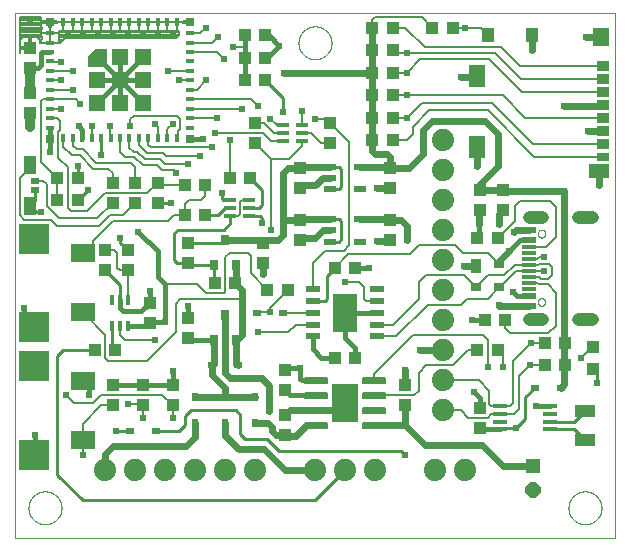
<source format=gtl>
G75*
%MOIN*%
%OFA0B0*%
%FSLAX25Y25*%
%IPPOS*%
%LPD*%
%AMOC8*
5,1,8,0,0,1.08239X$1,22.5*
%
%ADD10C,0.00000*%
%ADD11R,0.04331X0.03937*%
%ADD12R,0.03937X0.04331*%
%ADD13R,0.03543X0.03150*%
%ADD14R,0.03543X0.04724*%
%ADD15R,0.02362X0.03150*%
%ADD16R,0.03150X0.02362*%
%ADD17C,0.04362*%
%ADD18R,0.04528X0.02362*%
%ADD19R,0.04528X0.01181*%
%ADD20C,0.07400*%
%ADD21R,0.03150X0.03543*%
%ADD22R,0.05157X0.02362*%
%ADD23R,0.08268X0.12992*%
%ADD24C,0.00591*%
%ADD25R,0.09000X0.13000*%
%ADD26C,0.00039*%
%ADD27R,0.03150X0.01575*%
%ADD28R,0.02756X0.02756*%
%ADD29R,0.01575X0.03150*%
%ADD30R,0.05709X0.05709*%
%ADD31R,0.01969X0.01969*%
%ADD32R,0.03937X0.02165*%
%ADD33R,0.05118X0.05118*%
%ADD34OC8,0.05118*%
%ADD35R,0.03898X0.01181*%
%ADD36R,0.07087X0.04606*%
%ADD37R,0.05315X0.06102*%
%ADD38R,0.04331X0.03346*%
%ADD39R,0.04331X0.02953*%
%ADD40R,0.05315X0.07480*%
%ADD41R,0.03937X0.04724*%
%ADD42R,0.03937X0.03937*%
%ADD43R,0.03150X0.01969*%
%ADD44R,0.03937X0.05906*%
%ADD45R,0.07874X0.05906*%
%ADD46R,0.09843X0.09843*%
%ADD47R,0.01575X0.03543*%
%ADD48R,0.04921X0.01811*%
%ADD49R,0.07087X0.04331*%
%ADD50C,0.02381*%
%ADD51C,0.02400*%
%ADD52C,0.01600*%
%ADD53C,0.01000*%
%ADD54C,0.00800*%
%ADD55C,0.03200*%
D10*
X0002500Y0080658D02*
X0202500Y0080658D01*
X0202500Y0255658D01*
X0002500Y0255658D01*
X0002500Y0080658D01*
X0006988Y0090658D02*
X0006990Y0090806D01*
X0006996Y0090954D01*
X0007006Y0091102D01*
X0007020Y0091249D01*
X0007038Y0091396D01*
X0007059Y0091542D01*
X0007085Y0091688D01*
X0007115Y0091833D01*
X0007148Y0091977D01*
X0007186Y0092120D01*
X0007227Y0092262D01*
X0007272Y0092403D01*
X0007320Y0092543D01*
X0007373Y0092682D01*
X0007429Y0092819D01*
X0007489Y0092954D01*
X0007552Y0093088D01*
X0007619Y0093220D01*
X0007690Y0093350D01*
X0007764Y0093478D01*
X0007841Y0093604D01*
X0007922Y0093728D01*
X0008006Y0093850D01*
X0008093Y0093969D01*
X0008184Y0094086D01*
X0008278Y0094201D01*
X0008374Y0094313D01*
X0008474Y0094423D01*
X0008576Y0094529D01*
X0008682Y0094633D01*
X0008790Y0094734D01*
X0008901Y0094832D01*
X0009014Y0094928D01*
X0009130Y0095020D01*
X0009248Y0095109D01*
X0009369Y0095194D01*
X0009492Y0095277D01*
X0009617Y0095356D01*
X0009744Y0095432D01*
X0009873Y0095504D01*
X0010004Y0095573D01*
X0010137Y0095638D01*
X0010272Y0095699D01*
X0010408Y0095757D01*
X0010545Y0095812D01*
X0010684Y0095862D01*
X0010825Y0095909D01*
X0010966Y0095952D01*
X0011109Y0095992D01*
X0011253Y0096027D01*
X0011397Y0096059D01*
X0011543Y0096086D01*
X0011689Y0096110D01*
X0011836Y0096130D01*
X0011983Y0096146D01*
X0012130Y0096158D01*
X0012278Y0096166D01*
X0012426Y0096170D01*
X0012574Y0096170D01*
X0012722Y0096166D01*
X0012870Y0096158D01*
X0013017Y0096146D01*
X0013164Y0096130D01*
X0013311Y0096110D01*
X0013457Y0096086D01*
X0013603Y0096059D01*
X0013747Y0096027D01*
X0013891Y0095992D01*
X0014034Y0095952D01*
X0014175Y0095909D01*
X0014316Y0095862D01*
X0014455Y0095812D01*
X0014592Y0095757D01*
X0014728Y0095699D01*
X0014863Y0095638D01*
X0014996Y0095573D01*
X0015127Y0095504D01*
X0015256Y0095432D01*
X0015383Y0095356D01*
X0015508Y0095277D01*
X0015631Y0095194D01*
X0015752Y0095109D01*
X0015870Y0095020D01*
X0015986Y0094928D01*
X0016099Y0094832D01*
X0016210Y0094734D01*
X0016318Y0094633D01*
X0016424Y0094529D01*
X0016526Y0094423D01*
X0016626Y0094313D01*
X0016722Y0094201D01*
X0016816Y0094086D01*
X0016907Y0093969D01*
X0016994Y0093850D01*
X0017078Y0093728D01*
X0017159Y0093604D01*
X0017236Y0093478D01*
X0017310Y0093350D01*
X0017381Y0093220D01*
X0017448Y0093088D01*
X0017511Y0092954D01*
X0017571Y0092819D01*
X0017627Y0092682D01*
X0017680Y0092543D01*
X0017728Y0092403D01*
X0017773Y0092262D01*
X0017814Y0092120D01*
X0017852Y0091977D01*
X0017885Y0091833D01*
X0017915Y0091688D01*
X0017941Y0091542D01*
X0017962Y0091396D01*
X0017980Y0091249D01*
X0017994Y0091102D01*
X0018004Y0090954D01*
X0018010Y0090806D01*
X0018012Y0090658D01*
X0018010Y0090510D01*
X0018004Y0090362D01*
X0017994Y0090214D01*
X0017980Y0090067D01*
X0017962Y0089920D01*
X0017941Y0089774D01*
X0017915Y0089628D01*
X0017885Y0089483D01*
X0017852Y0089339D01*
X0017814Y0089196D01*
X0017773Y0089054D01*
X0017728Y0088913D01*
X0017680Y0088773D01*
X0017627Y0088634D01*
X0017571Y0088497D01*
X0017511Y0088362D01*
X0017448Y0088228D01*
X0017381Y0088096D01*
X0017310Y0087966D01*
X0017236Y0087838D01*
X0017159Y0087712D01*
X0017078Y0087588D01*
X0016994Y0087466D01*
X0016907Y0087347D01*
X0016816Y0087230D01*
X0016722Y0087115D01*
X0016626Y0087003D01*
X0016526Y0086893D01*
X0016424Y0086787D01*
X0016318Y0086683D01*
X0016210Y0086582D01*
X0016099Y0086484D01*
X0015986Y0086388D01*
X0015870Y0086296D01*
X0015752Y0086207D01*
X0015631Y0086122D01*
X0015508Y0086039D01*
X0015383Y0085960D01*
X0015256Y0085884D01*
X0015127Y0085812D01*
X0014996Y0085743D01*
X0014863Y0085678D01*
X0014728Y0085617D01*
X0014592Y0085559D01*
X0014455Y0085504D01*
X0014316Y0085454D01*
X0014175Y0085407D01*
X0014034Y0085364D01*
X0013891Y0085324D01*
X0013747Y0085289D01*
X0013603Y0085257D01*
X0013457Y0085230D01*
X0013311Y0085206D01*
X0013164Y0085186D01*
X0013017Y0085170D01*
X0012870Y0085158D01*
X0012722Y0085150D01*
X0012574Y0085146D01*
X0012426Y0085146D01*
X0012278Y0085150D01*
X0012130Y0085158D01*
X0011983Y0085170D01*
X0011836Y0085186D01*
X0011689Y0085206D01*
X0011543Y0085230D01*
X0011397Y0085257D01*
X0011253Y0085289D01*
X0011109Y0085324D01*
X0010966Y0085364D01*
X0010825Y0085407D01*
X0010684Y0085454D01*
X0010545Y0085504D01*
X0010408Y0085559D01*
X0010272Y0085617D01*
X0010137Y0085678D01*
X0010004Y0085743D01*
X0009873Y0085812D01*
X0009744Y0085884D01*
X0009617Y0085960D01*
X0009492Y0086039D01*
X0009369Y0086122D01*
X0009248Y0086207D01*
X0009130Y0086296D01*
X0009014Y0086388D01*
X0008901Y0086484D01*
X0008790Y0086582D01*
X0008682Y0086683D01*
X0008576Y0086787D01*
X0008474Y0086893D01*
X0008374Y0087003D01*
X0008278Y0087115D01*
X0008184Y0087230D01*
X0008093Y0087347D01*
X0008006Y0087466D01*
X0007922Y0087588D01*
X0007841Y0087712D01*
X0007764Y0087838D01*
X0007690Y0087966D01*
X0007619Y0088096D01*
X0007552Y0088228D01*
X0007489Y0088362D01*
X0007429Y0088497D01*
X0007373Y0088634D01*
X0007320Y0088773D01*
X0007272Y0088913D01*
X0007227Y0089054D01*
X0007186Y0089196D01*
X0007148Y0089339D01*
X0007115Y0089483D01*
X0007085Y0089628D01*
X0007059Y0089774D01*
X0007038Y0089920D01*
X0007020Y0090067D01*
X0007006Y0090214D01*
X0006996Y0090362D01*
X0006990Y0090510D01*
X0006988Y0090658D01*
X0096988Y0245658D02*
X0096990Y0245806D01*
X0096996Y0245954D01*
X0097006Y0246102D01*
X0097020Y0246249D01*
X0097038Y0246396D01*
X0097059Y0246542D01*
X0097085Y0246688D01*
X0097115Y0246833D01*
X0097148Y0246977D01*
X0097186Y0247120D01*
X0097227Y0247262D01*
X0097272Y0247403D01*
X0097320Y0247543D01*
X0097373Y0247682D01*
X0097429Y0247819D01*
X0097489Y0247954D01*
X0097552Y0248088D01*
X0097619Y0248220D01*
X0097690Y0248350D01*
X0097764Y0248478D01*
X0097841Y0248604D01*
X0097922Y0248728D01*
X0098006Y0248850D01*
X0098093Y0248969D01*
X0098184Y0249086D01*
X0098278Y0249201D01*
X0098374Y0249313D01*
X0098474Y0249423D01*
X0098576Y0249529D01*
X0098682Y0249633D01*
X0098790Y0249734D01*
X0098901Y0249832D01*
X0099014Y0249928D01*
X0099130Y0250020D01*
X0099248Y0250109D01*
X0099369Y0250194D01*
X0099492Y0250277D01*
X0099617Y0250356D01*
X0099744Y0250432D01*
X0099873Y0250504D01*
X0100004Y0250573D01*
X0100137Y0250638D01*
X0100272Y0250699D01*
X0100408Y0250757D01*
X0100545Y0250812D01*
X0100684Y0250862D01*
X0100825Y0250909D01*
X0100966Y0250952D01*
X0101109Y0250992D01*
X0101253Y0251027D01*
X0101397Y0251059D01*
X0101543Y0251086D01*
X0101689Y0251110D01*
X0101836Y0251130D01*
X0101983Y0251146D01*
X0102130Y0251158D01*
X0102278Y0251166D01*
X0102426Y0251170D01*
X0102574Y0251170D01*
X0102722Y0251166D01*
X0102870Y0251158D01*
X0103017Y0251146D01*
X0103164Y0251130D01*
X0103311Y0251110D01*
X0103457Y0251086D01*
X0103603Y0251059D01*
X0103747Y0251027D01*
X0103891Y0250992D01*
X0104034Y0250952D01*
X0104175Y0250909D01*
X0104316Y0250862D01*
X0104455Y0250812D01*
X0104592Y0250757D01*
X0104728Y0250699D01*
X0104863Y0250638D01*
X0104996Y0250573D01*
X0105127Y0250504D01*
X0105256Y0250432D01*
X0105383Y0250356D01*
X0105508Y0250277D01*
X0105631Y0250194D01*
X0105752Y0250109D01*
X0105870Y0250020D01*
X0105986Y0249928D01*
X0106099Y0249832D01*
X0106210Y0249734D01*
X0106318Y0249633D01*
X0106424Y0249529D01*
X0106526Y0249423D01*
X0106626Y0249313D01*
X0106722Y0249201D01*
X0106816Y0249086D01*
X0106907Y0248969D01*
X0106994Y0248850D01*
X0107078Y0248728D01*
X0107159Y0248604D01*
X0107236Y0248478D01*
X0107310Y0248350D01*
X0107381Y0248220D01*
X0107448Y0248088D01*
X0107511Y0247954D01*
X0107571Y0247819D01*
X0107627Y0247682D01*
X0107680Y0247543D01*
X0107728Y0247403D01*
X0107773Y0247262D01*
X0107814Y0247120D01*
X0107852Y0246977D01*
X0107885Y0246833D01*
X0107915Y0246688D01*
X0107941Y0246542D01*
X0107962Y0246396D01*
X0107980Y0246249D01*
X0107994Y0246102D01*
X0108004Y0245954D01*
X0108010Y0245806D01*
X0108012Y0245658D01*
X0108010Y0245510D01*
X0108004Y0245362D01*
X0107994Y0245214D01*
X0107980Y0245067D01*
X0107962Y0244920D01*
X0107941Y0244774D01*
X0107915Y0244628D01*
X0107885Y0244483D01*
X0107852Y0244339D01*
X0107814Y0244196D01*
X0107773Y0244054D01*
X0107728Y0243913D01*
X0107680Y0243773D01*
X0107627Y0243634D01*
X0107571Y0243497D01*
X0107511Y0243362D01*
X0107448Y0243228D01*
X0107381Y0243096D01*
X0107310Y0242966D01*
X0107236Y0242838D01*
X0107159Y0242712D01*
X0107078Y0242588D01*
X0106994Y0242466D01*
X0106907Y0242347D01*
X0106816Y0242230D01*
X0106722Y0242115D01*
X0106626Y0242003D01*
X0106526Y0241893D01*
X0106424Y0241787D01*
X0106318Y0241683D01*
X0106210Y0241582D01*
X0106099Y0241484D01*
X0105986Y0241388D01*
X0105870Y0241296D01*
X0105752Y0241207D01*
X0105631Y0241122D01*
X0105508Y0241039D01*
X0105383Y0240960D01*
X0105256Y0240884D01*
X0105127Y0240812D01*
X0104996Y0240743D01*
X0104863Y0240678D01*
X0104728Y0240617D01*
X0104592Y0240559D01*
X0104455Y0240504D01*
X0104316Y0240454D01*
X0104175Y0240407D01*
X0104034Y0240364D01*
X0103891Y0240324D01*
X0103747Y0240289D01*
X0103603Y0240257D01*
X0103457Y0240230D01*
X0103311Y0240206D01*
X0103164Y0240186D01*
X0103017Y0240170D01*
X0102870Y0240158D01*
X0102722Y0240150D01*
X0102574Y0240146D01*
X0102426Y0240146D01*
X0102278Y0240150D01*
X0102130Y0240158D01*
X0101983Y0240170D01*
X0101836Y0240186D01*
X0101689Y0240206D01*
X0101543Y0240230D01*
X0101397Y0240257D01*
X0101253Y0240289D01*
X0101109Y0240324D01*
X0100966Y0240364D01*
X0100825Y0240407D01*
X0100684Y0240454D01*
X0100545Y0240504D01*
X0100408Y0240559D01*
X0100272Y0240617D01*
X0100137Y0240678D01*
X0100004Y0240743D01*
X0099873Y0240812D01*
X0099744Y0240884D01*
X0099617Y0240960D01*
X0099492Y0241039D01*
X0099369Y0241122D01*
X0099248Y0241207D01*
X0099130Y0241296D01*
X0099014Y0241388D01*
X0098901Y0241484D01*
X0098790Y0241582D01*
X0098682Y0241683D01*
X0098576Y0241787D01*
X0098474Y0241893D01*
X0098374Y0242003D01*
X0098278Y0242115D01*
X0098184Y0242230D01*
X0098093Y0242347D01*
X0098006Y0242466D01*
X0097922Y0242588D01*
X0097841Y0242712D01*
X0097764Y0242838D01*
X0097690Y0242966D01*
X0097619Y0243096D01*
X0097552Y0243228D01*
X0097489Y0243362D01*
X0097429Y0243497D01*
X0097373Y0243634D01*
X0097320Y0243773D01*
X0097272Y0243913D01*
X0097227Y0244054D01*
X0097186Y0244196D01*
X0097148Y0244339D01*
X0097115Y0244483D01*
X0097085Y0244628D01*
X0097059Y0244774D01*
X0097038Y0244920D01*
X0097020Y0245067D01*
X0097006Y0245214D01*
X0096996Y0245362D01*
X0096990Y0245510D01*
X0096988Y0245658D01*
X0176732Y0182036D02*
X0176734Y0182107D01*
X0176740Y0182178D01*
X0176750Y0182249D01*
X0176764Y0182318D01*
X0176781Y0182387D01*
X0176803Y0182455D01*
X0176828Y0182522D01*
X0176857Y0182587D01*
X0176889Y0182650D01*
X0176925Y0182712D01*
X0176964Y0182771D01*
X0177007Y0182828D01*
X0177052Y0182883D01*
X0177101Y0182935D01*
X0177152Y0182984D01*
X0177206Y0183030D01*
X0177263Y0183074D01*
X0177321Y0183114D01*
X0177382Y0183150D01*
X0177445Y0183184D01*
X0177510Y0183213D01*
X0177576Y0183239D01*
X0177644Y0183262D01*
X0177712Y0183280D01*
X0177782Y0183295D01*
X0177852Y0183306D01*
X0177923Y0183313D01*
X0177994Y0183316D01*
X0178065Y0183315D01*
X0178136Y0183310D01*
X0178207Y0183301D01*
X0178277Y0183288D01*
X0178346Y0183272D01*
X0178414Y0183251D01*
X0178481Y0183227D01*
X0178547Y0183199D01*
X0178610Y0183167D01*
X0178672Y0183132D01*
X0178732Y0183094D01*
X0178790Y0183052D01*
X0178845Y0183008D01*
X0178898Y0182960D01*
X0178948Y0182909D01*
X0178995Y0182856D01*
X0179039Y0182800D01*
X0179080Y0182742D01*
X0179118Y0182681D01*
X0179152Y0182619D01*
X0179182Y0182554D01*
X0179209Y0182489D01*
X0179233Y0182421D01*
X0179252Y0182353D01*
X0179268Y0182284D01*
X0179280Y0182213D01*
X0179288Y0182143D01*
X0179292Y0182072D01*
X0179292Y0182000D01*
X0179288Y0181929D01*
X0179280Y0181859D01*
X0179268Y0181788D01*
X0179252Y0181719D01*
X0179233Y0181651D01*
X0179209Y0181583D01*
X0179182Y0181518D01*
X0179152Y0181453D01*
X0179118Y0181391D01*
X0179080Y0181330D01*
X0179039Y0181272D01*
X0178995Y0181216D01*
X0178948Y0181163D01*
X0178898Y0181112D01*
X0178845Y0181064D01*
X0178790Y0181020D01*
X0178732Y0180978D01*
X0178672Y0180940D01*
X0178610Y0180905D01*
X0178547Y0180873D01*
X0178481Y0180845D01*
X0178414Y0180821D01*
X0178346Y0180800D01*
X0178277Y0180784D01*
X0178207Y0180771D01*
X0178136Y0180762D01*
X0178065Y0180757D01*
X0177994Y0180756D01*
X0177923Y0180759D01*
X0177852Y0180766D01*
X0177782Y0180777D01*
X0177712Y0180792D01*
X0177644Y0180810D01*
X0177576Y0180833D01*
X0177510Y0180859D01*
X0177445Y0180888D01*
X0177382Y0180922D01*
X0177321Y0180958D01*
X0177263Y0180998D01*
X0177206Y0181042D01*
X0177152Y0181088D01*
X0177101Y0181137D01*
X0177052Y0181189D01*
X0177007Y0181244D01*
X0176964Y0181301D01*
X0176925Y0181360D01*
X0176889Y0181422D01*
X0176857Y0181485D01*
X0176828Y0181550D01*
X0176803Y0181617D01*
X0176781Y0181685D01*
X0176764Y0181754D01*
X0176750Y0181823D01*
X0176740Y0181894D01*
X0176734Y0181965D01*
X0176732Y0182036D01*
X0176732Y0159280D02*
X0176734Y0159351D01*
X0176740Y0159422D01*
X0176750Y0159493D01*
X0176764Y0159562D01*
X0176781Y0159631D01*
X0176803Y0159699D01*
X0176828Y0159766D01*
X0176857Y0159831D01*
X0176889Y0159894D01*
X0176925Y0159956D01*
X0176964Y0160015D01*
X0177007Y0160072D01*
X0177052Y0160127D01*
X0177101Y0160179D01*
X0177152Y0160228D01*
X0177206Y0160274D01*
X0177263Y0160318D01*
X0177321Y0160358D01*
X0177382Y0160394D01*
X0177445Y0160428D01*
X0177510Y0160457D01*
X0177576Y0160483D01*
X0177644Y0160506D01*
X0177712Y0160524D01*
X0177782Y0160539D01*
X0177852Y0160550D01*
X0177923Y0160557D01*
X0177994Y0160560D01*
X0178065Y0160559D01*
X0178136Y0160554D01*
X0178207Y0160545D01*
X0178277Y0160532D01*
X0178346Y0160516D01*
X0178414Y0160495D01*
X0178481Y0160471D01*
X0178547Y0160443D01*
X0178610Y0160411D01*
X0178672Y0160376D01*
X0178732Y0160338D01*
X0178790Y0160296D01*
X0178845Y0160252D01*
X0178898Y0160204D01*
X0178948Y0160153D01*
X0178995Y0160100D01*
X0179039Y0160044D01*
X0179080Y0159986D01*
X0179118Y0159925D01*
X0179152Y0159863D01*
X0179182Y0159798D01*
X0179209Y0159733D01*
X0179233Y0159665D01*
X0179252Y0159597D01*
X0179268Y0159528D01*
X0179280Y0159457D01*
X0179288Y0159387D01*
X0179292Y0159316D01*
X0179292Y0159244D01*
X0179288Y0159173D01*
X0179280Y0159103D01*
X0179268Y0159032D01*
X0179252Y0158963D01*
X0179233Y0158895D01*
X0179209Y0158827D01*
X0179182Y0158762D01*
X0179152Y0158697D01*
X0179118Y0158635D01*
X0179080Y0158574D01*
X0179039Y0158516D01*
X0178995Y0158460D01*
X0178948Y0158407D01*
X0178898Y0158356D01*
X0178845Y0158308D01*
X0178790Y0158264D01*
X0178732Y0158222D01*
X0178672Y0158184D01*
X0178610Y0158149D01*
X0178547Y0158117D01*
X0178481Y0158089D01*
X0178414Y0158065D01*
X0178346Y0158044D01*
X0178277Y0158028D01*
X0178207Y0158015D01*
X0178136Y0158006D01*
X0178065Y0158001D01*
X0177994Y0158000D01*
X0177923Y0158003D01*
X0177852Y0158010D01*
X0177782Y0158021D01*
X0177712Y0158036D01*
X0177644Y0158054D01*
X0177576Y0158077D01*
X0177510Y0158103D01*
X0177445Y0158132D01*
X0177382Y0158166D01*
X0177321Y0158202D01*
X0177263Y0158242D01*
X0177206Y0158286D01*
X0177152Y0158332D01*
X0177101Y0158381D01*
X0177052Y0158433D01*
X0177007Y0158488D01*
X0176964Y0158545D01*
X0176925Y0158604D01*
X0176889Y0158666D01*
X0176857Y0158729D01*
X0176828Y0158794D01*
X0176803Y0158861D01*
X0176781Y0158929D01*
X0176764Y0158998D01*
X0176750Y0159067D01*
X0176740Y0159138D01*
X0176734Y0159209D01*
X0176732Y0159280D01*
X0186988Y0090658D02*
X0186990Y0090806D01*
X0186996Y0090954D01*
X0187006Y0091102D01*
X0187020Y0091249D01*
X0187038Y0091396D01*
X0187059Y0091542D01*
X0187085Y0091688D01*
X0187115Y0091833D01*
X0187148Y0091977D01*
X0187186Y0092120D01*
X0187227Y0092262D01*
X0187272Y0092403D01*
X0187320Y0092543D01*
X0187373Y0092682D01*
X0187429Y0092819D01*
X0187489Y0092954D01*
X0187552Y0093088D01*
X0187619Y0093220D01*
X0187690Y0093350D01*
X0187764Y0093478D01*
X0187841Y0093604D01*
X0187922Y0093728D01*
X0188006Y0093850D01*
X0188093Y0093969D01*
X0188184Y0094086D01*
X0188278Y0094201D01*
X0188374Y0094313D01*
X0188474Y0094423D01*
X0188576Y0094529D01*
X0188682Y0094633D01*
X0188790Y0094734D01*
X0188901Y0094832D01*
X0189014Y0094928D01*
X0189130Y0095020D01*
X0189248Y0095109D01*
X0189369Y0095194D01*
X0189492Y0095277D01*
X0189617Y0095356D01*
X0189744Y0095432D01*
X0189873Y0095504D01*
X0190004Y0095573D01*
X0190137Y0095638D01*
X0190272Y0095699D01*
X0190408Y0095757D01*
X0190545Y0095812D01*
X0190684Y0095862D01*
X0190825Y0095909D01*
X0190966Y0095952D01*
X0191109Y0095992D01*
X0191253Y0096027D01*
X0191397Y0096059D01*
X0191543Y0096086D01*
X0191689Y0096110D01*
X0191836Y0096130D01*
X0191983Y0096146D01*
X0192130Y0096158D01*
X0192278Y0096166D01*
X0192426Y0096170D01*
X0192574Y0096170D01*
X0192722Y0096166D01*
X0192870Y0096158D01*
X0193017Y0096146D01*
X0193164Y0096130D01*
X0193311Y0096110D01*
X0193457Y0096086D01*
X0193603Y0096059D01*
X0193747Y0096027D01*
X0193891Y0095992D01*
X0194034Y0095952D01*
X0194175Y0095909D01*
X0194316Y0095862D01*
X0194455Y0095812D01*
X0194592Y0095757D01*
X0194728Y0095699D01*
X0194863Y0095638D01*
X0194996Y0095573D01*
X0195127Y0095504D01*
X0195256Y0095432D01*
X0195383Y0095356D01*
X0195508Y0095277D01*
X0195631Y0095194D01*
X0195752Y0095109D01*
X0195870Y0095020D01*
X0195986Y0094928D01*
X0196099Y0094832D01*
X0196210Y0094734D01*
X0196318Y0094633D01*
X0196424Y0094529D01*
X0196526Y0094423D01*
X0196626Y0094313D01*
X0196722Y0094201D01*
X0196816Y0094086D01*
X0196907Y0093969D01*
X0196994Y0093850D01*
X0197078Y0093728D01*
X0197159Y0093604D01*
X0197236Y0093478D01*
X0197310Y0093350D01*
X0197381Y0093220D01*
X0197448Y0093088D01*
X0197511Y0092954D01*
X0197571Y0092819D01*
X0197627Y0092682D01*
X0197680Y0092543D01*
X0197728Y0092403D01*
X0197773Y0092262D01*
X0197814Y0092120D01*
X0197852Y0091977D01*
X0197885Y0091833D01*
X0197915Y0091688D01*
X0197941Y0091542D01*
X0197962Y0091396D01*
X0197980Y0091249D01*
X0197994Y0091102D01*
X0198004Y0090954D01*
X0198010Y0090806D01*
X0198012Y0090658D01*
X0198010Y0090510D01*
X0198004Y0090362D01*
X0197994Y0090214D01*
X0197980Y0090067D01*
X0197962Y0089920D01*
X0197941Y0089774D01*
X0197915Y0089628D01*
X0197885Y0089483D01*
X0197852Y0089339D01*
X0197814Y0089196D01*
X0197773Y0089054D01*
X0197728Y0088913D01*
X0197680Y0088773D01*
X0197627Y0088634D01*
X0197571Y0088497D01*
X0197511Y0088362D01*
X0197448Y0088228D01*
X0197381Y0088096D01*
X0197310Y0087966D01*
X0197236Y0087838D01*
X0197159Y0087712D01*
X0197078Y0087588D01*
X0196994Y0087466D01*
X0196907Y0087347D01*
X0196816Y0087230D01*
X0196722Y0087115D01*
X0196626Y0087003D01*
X0196526Y0086893D01*
X0196424Y0086787D01*
X0196318Y0086683D01*
X0196210Y0086582D01*
X0196099Y0086484D01*
X0195986Y0086388D01*
X0195870Y0086296D01*
X0195752Y0086207D01*
X0195631Y0086122D01*
X0195508Y0086039D01*
X0195383Y0085960D01*
X0195256Y0085884D01*
X0195127Y0085812D01*
X0194996Y0085743D01*
X0194863Y0085678D01*
X0194728Y0085617D01*
X0194592Y0085559D01*
X0194455Y0085504D01*
X0194316Y0085454D01*
X0194175Y0085407D01*
X0194034Y0085364D01*
X0193891Y0085324D01*
X0193747Y0085289D01*
X0193603Y0085257D01*
X0193457Y0085230D01*
X0193311Y0085206D01*
X0193164Y0085186D01*
X0193017Y0085170D01*
X0192870Y0085158D01*
X0192722Y0085150D01*
X0192574Y0085146D01*
X0192426Y0085146D01*
X0192278Y0085150D01*
X0192130Y0085158D01*
X0191983Y0085170D01*
X0191836Y0085186D01*
X0191689Y0085206D01*
X0191543Y0085230D01*
X0191397Y0085257D01*
X0191253Y0085289D01*
X0191109Y0085324D01*
X0190966Y0085364D01*
X0190825Y0085407D01*
X0190684Y0085454D01*
X0190545Y0085504D01*
X0190408Y0085559D01*
X0190272Y0085617D01*
X0190137Y0085678D01*
X0190004Y0085743D01*
X0189873Y0085812D01*
X0189744Y0085884D01*
X0189617Y0085960D01*
X0189492Y0086039D01*
X0189369Y0086122D01*
X0189248Y0086207D01*
X0189130Y0086296D01*
X0189014Y0086388D01*
X0188901Y0086484D01*
X0188790Y0086582D01*
X0188682Y0086683D01*
X0188576Y0086787D01*
X0188474Y0086893D01*
X0188374Y0087003D01*
X0188278Y0087115D01*
X0188184Y0087230D01*
X0188093Y0087347D01*
X0188006Y0087466D01*
X0187922Y0087588D01*
X0187841Y0087712D01*
X0187764Y0087838D01*
X0187690Y0087966D01*
X0187619Y0088096D01*
X0187552Y0088228D01*
X0187489Y0088362D01*
X0187429Y0088497D01*
X0187373Y0088634D01*
X0187320Y0088773D01*
X0187272Y0088913D01*
X0187227Y0089054D01*
X0187186Y0089196D01*
X0187148Y0089339D01*
X0187115Y0089483D01*
X0187085Y0089628D01*
X0187059Y0089774D01*
X0187038Y0089920D01*
X0187020Y0090067D01*
X0187006Y0090214D01*
X0186996Y0090362D01*
X0186990Y0090510D01*
X0186988Y0090658D01*
D11*
X0185846Y0138158D03*
X0179154Y0138158D03*
X0179154Y0145658D03*
X0185846Y0145658D03*
X0165846Y0153158D03*
X0159154Y0153158D03*
X0156654Y0143158D03*
X0163346Y0143158D03*
X0163346Y0180658D03*
X0156654Y0180658D03*
X0128346Y0213158D03*
X0121654Y0213158D03*
X0121654Y0220658D03*
X0121654Y0228158D03*
X0128346Y0228158D03*
X0128346Y0220658D03*
X0128346Y0235658D03*
X0121654Y0235658D03*
X0121654Y0243158D03*
X0121654Y0250658D03*
X0128346Y0250658D03*
X0128346Y0243158D03*
X0141654Y0250658D03*
X0148346Y0250658D03*
X0115846Y0170658D03*
X0109154Y0170658D03*
X0093346Y0163158D03*
X0086654Y0163158D03*
X0075846Y0165658D03*
X0069154Y0165658D03*
X0065846Y0188158D03*
X0059154Y0188158D03*
X0059154Y0198158D03*
X0065846Y0198158D03*
X0074154Y0200658D03*
X0080846Y0200658D03*
X0079154Y0233158D03*
X0085846Y0233158D03*
X0085846Y0240658D03*
X0079154Y0240658D03*
X0079154Y0248158D03*
X0085846Y0248158D03*
X0023346Y0200658D03*
X0016654Y0200658D03*
X0016654Y0193158D03*
X0023346Y0193158D03*
X0029154Y0143158D03*
X0035846Y0143158D03*
X0109154Y0140658D03*
X0115846Y0140658D03*
D12*
X0132500Y0131505D03*
X0132500Y0124812D03*
X0157500Y0124005D03*
X0157500Y0117312D03*
X0127500Y0179812D03*
X0127500Y0186505D03*
X0127500Y0197312D03*
X0127500Y0204005D03*
X0107500Y0212312D03*
X0107500Y0219005D03*
X0097500Y0204005D03*
X0097500Y0197312D03*
X0097500Y0186505D03*
X0097500Y0179812D03*
X0085000Y0179005D03*
X0085000Y0172312D03*
X0060000Y0172312D03*
X0060000Y0179005D03*
X0050000Y0192312D03*
X0050000Y0199005D03*
X0042500Y0199005D03*
X0042500Y0192312D03*
X0035000Y0192312D03*
X0035000Y0199005D03*
X0032500Y0176505D03*
X0032500Y0169812D03*
X0040000Y0169812D03*
X0040000Y0176505D03*
X0047500Y0159005D03*
X0047500Y0152312D03*
X0060000Y0154005D03*
X0060000Y0147312D03*
X0055000Y0131505D03*
X0055000Y0124812D03*
X0045000Y0124812D03*
X0045000Y0131505D03*
X0035000Y0131505D03*
X0035000Y0124812D03*
X0092500Y0121505D03*
X0092500Y0114812D03*
X0092500Y0129812D03*
X0092500Y0136505D03*
X0082500Y0212312D03*
X0082500Y0219005D03*
X0157500Y0196505D03*
X0157500Y0189812D03*
X0165000Y0189812D03*
X0165000Y0196505D03*
X0007500Y0222312D03*
X0007500Y0229005D03*
X0007500Y0237312D03*
X0007500Y0244005D03*
D13*
X0156063Y0164221D03*
X0163937Y0164221D03*
X0163937Y0172095D03*
D14*
X0156063Y0171308D03*
D15*
X0082500Y0127489D03*
X0082500Y0118827D03*
X0072500Y0118827D03*
X0072500Y0127489D03*
X0062500Y0127489D03*
X0062500Y0118827D03*
D16*
X0049331Y0116158D03*
X0040669Y0116158D03*
X0068169Y0138158D03*
X0076831Y0138158D03*
X0083169Y0155658D03*
X0091831Y0155658D03*
X0175669Y0130658D03*
X0184331Y0130658D03*
D17*
X0190319Y0153650D02*
X0194681Y0153650D01*
X0178224Y0153650D02*
X0173862Y0153650D01*
X0173862Y0187666D02*
X0178224Y0187666D01*
X0190319Y0187666D02*
X0194681Y0187666D01*
D18*
X0173780Y0183257D03*
X0173780Y0180107D03*
X0173780Y0161209D03*
X0173780Y0158060D03*
D19*
X0173780Y0163768D03*
X0173780Y0165737D03*
X0173780Y0167705D03*
X0173780Y0169674D03*
X0173780Y0171642D03*
X0173780Y0173611D03*
X0173780Y0175579D03*
X0173780Y0177548D03*
D20*
X0145000Y0173158D03*
X0145000Y0183158D03*
X0145000Y0193158D03*
X0145000Y0203158D03*
X0145000Y0213158D03*
X0145000Y0163158D03*
X0145000Y0153158D03*
X0145000Y0143158D03*
X0145000Y0133158D03*
X0145000Y0123158D03*
X0142500Y0103158D03*
X0152500Y0103158D03*
X0122500Y0103158D03*
X0112500Y0103158D03*
X0102500Y0103158D03*
X0082500Y0103158D03*
X0072500Y0103158D03*
X0062500Y0103158D03*
X0052500Y0103158D03*
X0042500Y0103158D03*
X0032500Y0103158D03*
D21*
X0068760Y0146721D03*
X0072500Y0154989D03*
X0076240Y0146721D03*
X0076240Y0171721D03*
X0072500Y0179989D03*
X0068760Y0171721D03*
D22*
X0101673Y0163532D03*
X0101673Y0159595D03*
X0101673Y0155658D03*
X0101673Y0151721D03*
X0101673Y0147784D03*
X0123327Y0147784D03*
X0123327Y0151721D03*
X0123327Y0155658D03*
X0123327Y0159595D03*
X0123327Y0163532D03*
D23*
X0112500Y0155658D03*
D24*
X0106339Y0132272D02*
X0099173Y0132272D01*
X0099173Y0134044D01*
X0106339Y0134044D01*
X0106339Y0132272D01*
X0106339Y0132862D02*
X0099173Y0132862D01*
X0099173Y0133452D02*
X0106339Y0133452D01*
X0106339Y0134042D02*
X0099173Y0134042D01*
X0099173Y0127272D02*
X0106339Y0127272D01*
X0099173Y0127272D02*
X0099173Y0129044D01*
X0106339Y0129044D01*
X0106339Y0127272D01*
X0106339Y0127862D02*
X0099173Y0127862D01*
X0099173Y0128452D02*
X0106339Y0128452D01*
X0106339Y0129042D02*
X0099173Y0129042D01*
X0099173Y0122272D02*
X0106339Y0122272D01*
X0099173Y0122272D02*
X0099173Y0124044D01*
X0106339Y0124044D01*
X0106339Y0122272D01*
X0106339Y0122862D02*
X0099173Y0122862D01*
X0099173Y0123452D02*
X0106339Y0123452D01*
X0106339Y0124042D02*
X0099173Y0124042D01*
X0099173Y0117272D02*
X0106339Y0117272D01*
X0099173Y0117272D02*
X0099173Y0119044D01*
X0106339Y0119044D01*
X0106339Y0117272D01*
X0106339Y0117862D02*
X0099173Y0117862D01*
X0099173Y0118452D02*
X0106339Y0118452D01*
X0106339Y0119042D02*
X0099173Y0119042D01*
X0118661Y0117272D02*
X0125827Y0117272D01*
X0118661Y0117272D02*
X0118661Y0119044D01*
X0125827Y0119044D01*
X0125827Y0117272D01*
X0125827Y0117862D02*
X0118661Y0117862D01*
X0118661Y0118452D02*
X0125827Y0118452D01*
X0125827Y0119042D02*
X0118661Y0119042D01*
X0118661Y0122272D02*
X0125827Y0122272D01*
X0118661Y0122272D02*
X0118661Y0124044D01*
X0125827Y0124044D01*
X0125827Y0122272D01*
X0125827Y0122862D02*
X0118661Y0122862D01*
X0118661Y0123452D02*
X0125827Y0123452D01*
X0125827Y0124042D02*
X0118661Y0124042D01*
X0118661Y0127272D02*
X0125827Y0127272D01*
X0118661Y0127272D02*
X0118661Y0129044D01*
X0125827Y0129044D01*
X0125827Y0127272D01*
X0125827Y0127862D02*
X0118661Y0127862D01*
X0118661Y0128452D02*
X0125827Y0128452D01*
X0125827Y0129042D02*
X0118661Y0129042D01*
X0118661Y0132272D02*
X0125827Y0132272D01*
X0118661Y0132272D02*
X0118661Y0134044D01*
X0125827Y0134044D01*
X0125827Y0132272D01*
X0125827Y0132862D02*
X0118661Y0132862D01*
X0118661Y0133452D02*
X0125827Y0133452D01*
X0125827Y0134042D02*
X0118661Y0134042D01*
D25*
X0112500Y0125658D03*
D26*
X0032677Y0237981D02*
X0026969Y0237981D01*
X0026969Y0241327D01*
X0029331Y0243690D01*
X0032677Y0243690D01*
X0032677Y0237981D01*
X0032677Y0238017D02*
X0026969Y0238017D01*
X0026969Y0238055D02*
X0032677Y0238055D01*
X0032677Y0238093D02*
X0026969Y0238093D01*
X0026969Y0238131D02*
X0032677Y0238131D01*
X0032677Y0238169D02*
X0026969Y0238169D01*
X0026969Y0238207D02*
X0032677Y0238207D01*
X0032677Y0238245D02*
X0026969Y0238245D01*
X0026969Y0238283D02*
X0032677Y0238283D01*
X0032677Y0238321D02*
X0026969Y0238321D01*
X0026969Y0238358D02*
X0032677Y0238358D01*
X0032677Y0238396D02*
X0026969Y0238396D01*
X0026969Y0238434D02*
X0032677Y0238434D01*
X0032677Y0238472D02*
X0026969Y0238472D01*
X0026969Y0238510D02*
X0032677Y0238510D01*
X0032677Y0238548D02*
X0026969Y0238548D01*
X0026969Y0238586D02*
X0032677Y0238586D01*
X0032677Y0238624D02*
X0026969Y0238624D01*
X0026969Y0238661D02*
X0032677Y0238661D01*
X0032677Y0238699D02*
X0026969Y0238699D01*
X0026969Y0238737D02*
X0032677Y0238737D01*
X0032677Y0238775D02*
X0026969Y0238775D01*
X0026969Y0238813D02*
X0032677Y0238813D01*
X0032677Y0238851D02*
X0026969Y0238851D01*
X0026969Y0238889D02*
X0032677Y0238889D01*
X0032677Y0238927D02*
X0026969Y0238927D01*
X0026969Y0238965D02*
X0032677Y0238965D01*
X0032677Y0239002D02*
X0026969Y0239002D01*
X0026969Y0239040D02*
X0032677Y0239040D01*
X0032677Y0239078D02*
X0026969Y0239078D01*
X0026969Y0239116D02*
X0032677Y0239116D01*
X0032677Y0239154D02*
X0026969Y0239154D01*
X0026969Y0239192D02*
X0032677Y0239192D01*
X0032677Y0239230D02*
X0026969Y0239230D01*
X0026969Y0239268D02*
X0032677Y0239268D01*
X0032677Y0239305D02*
X0026969Y0239305D01*
X0026969Y0239343D02*
X0032677Y0239343D01*
X0032677Y0239381D02*
X0026969Y0239381D01*
X0026969Y0239419D02*
X0032677Y0239419D01*
X0032677Y0239457D02*
X0026969Y0239457D01*
X0026969Y0239495D02*
X0032677Y0239495D01*
X0032677Y0239533D02*
X0026969Y0239533D01*
X0026969Y0239571D02*
X0032677Y0239571D01*
X0032677Y0239608D02*
X0026969Y0239608D01*
X0026969Y0239646D02*
X0032677Y0239646D01*
X0032677Y0239684D02*
X0026969Y0239684D01*
X0026969Y0239722D02*
X0032677Y0239722D01*
X0032677Y0239760D02*
X0026969Y0239760D01*
X0026969Y0239798D02*
X0032677Y0239798D01*
X0032677Y0239836D02*
X0026969Y0239836D01*
X0026969Y0239874D02*
X0032677Y0239874D01*
X0032677Y0239912D02*
X0026969Y0239912D01*
X0026969Y0239949D02*
X0032677Y0239949D01*
X0032677Y0239987D02*
X0026969Y0239987D01*
X0026969Y0240025D02*
X0032677Y0240025D01*
X0032677Y0240063D02*
X0026969Y0240063D01*
X0026969Y0240101D02*
X0032677Y0240101D01*
X0032677Y0240139D02*
X0026969Y0240139D01*
X0026969Y0240177D02*
X0032677Y0240177D01*
X0032677Y0240215D02*
X0026969Y0240215D01*
X0026969Y0240252D02*
X0032677Y0240252D01*
X0032677Y0240290D02*
X0026969Y0240290D01*
X0026969Y0240328D02*
X0032677Y0240328D01*
X0032677Y0240366D02*
X0026969Y0240366D01*
X0026969Y0240404D02*
X0032677Y0240404D01*
X0032677Y0240442D02*
X0026969Y0240442D01*
X0026969Y0240480D02*
X0032677Y0240480D01*
X0032677Y0240518D02*
X0026969Y0240518D01*
X0026969Y0240556D02*
X0032677Y0240556D01*
X0032677Y0240593D02*
X0026969Y0240593D01*
X0026969Y0240631D02*
X0032677Y0240631D01*
X0032677Y0240669D02*
X0026969Y0240669D01*
X0026969Y0240707D02*
X0032677Y0240707D01*
X0032677Y0240745D02*
X0026969Y0240745D01*
X0026969Y0240783D02*
X0032677Y0240783D01*
X0032677Y0240821D02*
X0026969Y0240821D01*
X0026969Y0240859D02*
X0032677Y0240859D01*
X0032677Y0240896D02*
X0026969Y0240896D01*
X0026969Y0240934D02*
X0032677Y0240934D01*
X0032677Y0240972D02*
X0026969Y0240972D01*
X0026969Y0241010D02*
X0032677Y0241010D01*
X0032677Y0241048D02*
X0026969Y0241048D01*
X0026969Y0241086D02*
X0032677Y0241086D01*
X0032677Y0241124D02*
X0026969Y0241124D01*
X0026969Y0241162D02*
X0032677Y0241162D01*
X0032677Y0241200D02*
X0026969Y0241200D01*
X0026969Y0241237D02*
X0032677Y0241237D01*
X0032677Y0241275D02*
X0026969Y0241275D01*
X0026969Y0241313D02*
X0032677Y0241313D01*
X0032677Y0241351D02*
X0026992Y0241351D01*
X0027030Y0241389D02*
X0032677Y0241389D01*
X0032677Y0241427D02*
X0027068Y0241427D01*
X0027106Y0241465D02*
X0032677Y0241465D01*
X0032677Y0241503D02*
X0027144Y0241503D01*
X0027182Y0241540D02*
X0032677Y0241540D01*
X0032677Y0241578D02*
X0027219Y0241578D01*
X0027257Y0241616D02*
X0032677Y0241616D01*
X0032677Y0241654D02*
X0027295Y0241654D01*
X0027333Y0241692D02*
X0032677Y0241692D01*
X0032677Y0241730D02*
X0027371Y0241730D01*
X0027409Y0241768D02*
X0032677Y0241768D01*
X0032677Y0241806D02*
X0027447Y0241806D01*
X0027485Y0241843D02*
X0032677Y0241843D01*
X0032677Y0241881D02*
X0027522Y0241881D01*
X0027560Y0241919D02*
X0032677Y0241919D01*
X0032677Y0241957D02*
X0027598Y0241957D01*
X0027636Y0241995D02*
X0032677Y0241995D01*
X0032677Y0242033D02*
X0027674Y0242033D01*
X0027712Y0242071D02*
X0032677Y0242071D01*
X0032677Y0242109D02*
X0027750Y0242109D01*
X0027788Y0242147D02*
X0032677Y0242147D01*
X0032677Y0242184D02*
X0027825Y0242184D01*
X0027863Y0242222D02*
X0032677Y0242222D01*
X0032677Y0242260D02*
X0027901Y0242260D01*
X0027939Y0242298D02*
X0032677Y0242298D01*
X0032677Y0242336D02*
X0027977Y0242336D01*
X0028015Y0242374D02*
X0032677Y0242374D01*
X0032677Y0242412D02*
X0028053Y0242412D01*
X0028091Y0242450D02*
X0032677Y0242450D01*
X0032677Y0242487D02*
X0028129Y0242487D01*
X0028166Y0242525D02*
X0032677Y0242525D01*
X0032677Y0242563D02*
X0028204Y0242563D01*
X0028242Y0242601D02*
X0032677Y0242601D01*
X0032677Y0242639D02*
X0028280Y0242639D01*
X0028318Y0242677D02*
X0032677Y0242677D01*
X0032677Y0242715D02*
X0028356Y0242715D01*
X0028394Y0242753D02*
X0032677Y0242753D01*
X0032677Y0242791D02*
X0028432Y0242791D01*
X0028469Y0242828D02*
X0032677Y0242828D01*
X0032677Y0242866D02*
X0028507Y0242866D01*
X0028545Y0242904D02*
X0032677Y0242904D01*
X0032677Y0242942D02*
X0028583Y0242942D01*
X0028621Y0242980D02*
X0032677Y0242980D01*
X0032677Y0243018D02*
X0028659Y0243018D01*
X0028697Y0243056D02*
X0032677Y0243056D01*
X0032677Y0243094D02*
X0028735Y0243094D01*
X0028773Y0243131D02*
X0032677Y0243131D01*
X0032677Y0243169D02*
X0028810Y0243169D01*
X0028848Y0243207D02*
X0032677Y0243207D01*
X0032677Y0243245D02*
X0028886Y0243245D01*
X0028924Y0243283D02*
X0032677Y0243283D01*
X0032677Y0243321D02*
X0028962Y0243321D01*
X0029000Y0243359D02*
X0032677Y0243359D01*
X0032677Y0243397D02*
X0029038Y0243397D01*
X0029076Y0243435D02*
X0032677Y0243435D01*
X0032677Y0243472D02*
X0029113Y0243472D01*
X0029151Y0243510D02*
X0032677Y0243510D01*
X0032677Y0243548D02*
X0029189Y0243548D01*
X0029227Y0243586D02*
X0032677Y0243586D01*
X0032677Y0243624D02*
X0029265Y0243624D01*
X0029303Y0243662D02*
X0032677Y0243662D01*
D27*
X0014272Y0242607D03*
X0014272Y0245757D03*
X0014272Y0248906D03*
X0014272Y0239457D03*
X0014272Y0236308D03*
X0014272Y0233158D03*
X0014272Y0230009D03*
X0014272Y0226859D03*
X0014272Y0223709D03*
X0014272Y0220560D03*
X0014272Y0217410D03*
X0060728Y0217410D03*
X0060728Y0220560D03*
X0060728Y0223709D03*
X0060728Y0226859D03*
X0060728Y0230009D03*
X0060728Y0233158D03*
X0060728Y0236308D03*
X0060728Y0239457D03*
X0060728Y0242607D03*
X0060728Y0245757D03*
X0060728Y0248906D03*
D28*
X0060925Y0252646D03*
X0060925Y0213670D03*
X0014075Y0213670D03*
X0014075Y0252646D03*
D29*
X0018602Y0252449D03*
X0021752Y0252449D03*
X0024902Y0252449D03*
X0028051Y0252449D03*
X0031201Y0252449D03*
X0034350Y0252449D03*
X0037500Y0252449D03*
X0040650Y0252449D03*
X0043799Y0252449D03*
X0046949Y0252449D03*
X0050098Y0252449D03*
X0053248Y0252449D03*
X0056398Y0252449D03*
X0056398Y0213867D03*
X0053248Y0213867D03*
X0050098Y0213867D03*
X0046949Y0213867D03*
X0043799Y0213867D03*
X0040650Y0213867D03*
X0037500Y0213867D03*
X0034350Y0213867D03*
X0031201Y0213867D03*
X0028051Y0213867D03*
X0024902Y0213867D03*
X0021752Y0213867D03*
X0018602Y0213867D03*
D30*
X0029823Y0225481D03*
X0029823Y0233158D03*
X0037500Y0233158D03*
X0037500Y0225481D03*
X0045177Y0225481D03*
X0045177Y0233158D03*
X0045177Y0240835D03*
X0037500Y0240835D03*
D31*
X0029823Y0240835D03*
D32*
X0107382Y0204398D03*
X0107382Y0200658D03*
X0107382Y0196918D03*
X0107382Y0186898D03*
X0107382Y0183158D03*
X0107382Y0179418D03*
X0117618Y0179418D03*
X0117618Y0186898D03*
X0117618Y0196918D03*
X0117618Y0204398D03*
D33*
X0175000Y0104595D03*
D34*
X0175000Y0096721D03*
D35*
X0098150Y0213099D03*
X0098150Y0215658D03*
X0098150Y0218217D03*
X0091811Y0218217D03*
X0091811Y0215658D03*
X0091811Y0213099D03*
X0080650Y0193217D03*
X0080650Y0190658D03*
X0080650Y0188099D03*
X0074311Y0188099D03*
X0074311Y0190658D03*
X0074311Y0193217D03*
D36*
X0197047Y0203001D03*
D37*
X0197933Y0247568D03*
D38*
X0198425Y0237883D03*
X0198425Y0233552D03*
X0198425Y0229221D03*
X0198425Y0224890D03*
X0198425Y0220560D03*
X0198425Y0216229D03*
X0198425Y0211898D03*
D39*
X0198425Y0207764D03*
D40*
X0156398Y0210973D03*
X0156398Y0234477D03*
D41*
X0160236Y0248257D03*
X0174803Y0248257D03*
D42*
X0195000Y0144398D03*
X0195000Y0136918D03*
D43*
X0009272Y0196583D03*
X0009272Y0199733D03*
D44*
X0007500Y0205048D03*
X0007500Y0191268D03*
D45*
X0025000Y0175501D03*
X0025000Y0155816D03*
X0025000Y0133001D03*
X0025000Y0113316D03*
D46*
X0008858Y0108394D03*
X0008858Y0137922D03*
X0008858Y0150894D03*
X0008858Y0180422D03*
D47*
X0034941Y0159989D03*
X0037500Y0159989D03*
X0040059Y0159989D03*
X0040059Y0151327D03*
X0037500Y0151327D03*
X0034941Y0151327D03*
D48*
X0164193Y0124497D03*
X0164193Y0121938D03*
X0164193Y0119379D03*
X0164193Y0116820D03*
X0180807Y0116820D03*
X0180807Y0119379D03*
X0180807Y0121938D03*
X0180807Y0124497D03*
D49*
X0192500Y0123079D03*
X0192500Y0113237D03*
D50*
X0196500Y0132158D03*
X0191000Y0140658D03*
X0176000Y0124658D03*
X0169500Y0117158D03*
X0155500Y0129158D03*
X0160000Y0137658D03*
X0165000Y0137658D03*
X0174000Y0138158D03*
X0174500Y0145658D03*
X0163750Y0158158D03*
X0168500Y0162658D03*
X0178750Y0169658D03*
X0178750Y0174158D03*
X0168750Y0182658D03*
X0167250Y0176408D03*
X0163750Y0185158D03*
X0157250Y0185158D03*
X0152250Y0171158D03*
X0154750Y0153158D03*
X0137500Y0143158D03*
X0132500Y0136658D03*
X0132500Y0118158D03*
X0132500Y0108158D03*
X0114500Y0122658D03*
X0110500Y0122658D03*
X0110500Y0128658D03*
X0114500Y0128658D03*
X0097500Y0137158D03*
X0087250Y0122908D03*
X0096000Y0114658D03*
X0083500Y0149158D03*
X0087500Y0155908D03*
X0085000Y0168658D03*
X0087750Y0183158D03*
X0084750Y0185658D03*
X0091750Y0199908D03*
X0102500Y0198158D03*
X0102500Y0180658D03*
X0112500Y0165908D03*
X0120500Y0170658D03*
X0123000Y0179658D03*
X0133000Y0179908D03*
X0123000Y0197158D03*
X0133000Y0220658D03*
X0133000Y0228158D03*
X0133000Y0235658D03*
X0133000Y0242158D03*
X0151000Y0234408D03*
X0152500Y0250658D03*
X0174750Y0243408D03*
X0185500Y0224658D03*
X0193500Y0216158D03*
X0197000Y0198158D03*
X0185500Y0196158D03*
X0156500Y0204658D03*
X0192750Y0247658D03*
X0112500Y0155658D03*
X0071500Y0195658D03*
X0064000Y0207908D03*
X0060000Y0205158D03*
X0056250Y0202408D03*
X0054500Y0192158D03*
X0043500Y0182658D03*
X0037500Y0180658D03*
X0026750Y0196658D03*
X0023500Y0204658D03*
X0031250Y0208408D03*
X0034250Y0217908D03*
X0028000Y0217908D03*
X0023750Y0217908D03*
X0024250Y0225408D03*
X0021750Y0229908D03*
X0017750Y0233158D03*
X0021750Y0236408D03*
X0017750Y0239408D03*
X0020000Y0248658D03*
X0025000Y0248658D03*
X0030000Y0248658D03*
X0035000Y0248658D03*
X0040000Y0248658D03*
X0045000Y0248658D03*
X0050000Y0248658D03*
X0055000Y0248658D03*
X0053500Y0236408D03*
X0057000Y0233158D03*
X0066250Y0233158D03*
X0072000Y0240408D03*
X0075000Y0244158D03*
X0070000Y0247658D03*
X0066000Y0250658D03*
X0078000Y0223658D03*
X0083500Y0224658D03*
X0087500Y0220408D03*
X0091750Y0222658D03*
X0098000Y0222908D03*
X0102500Y0220408D03*
X0092250Y0235658D03*
X0090500Y0244658D03*
X0069750Y0220658D03*
X0069000Y0215658D03*
X0065000Y0213658D03*
X0068000Y0210908D03*
X0074000Y0213408D03*
X0055000Y0218658D03*
X0049250Y0218658D03*
X0040750Y0217908D03*
X0037500Y0233158D03*
X0045000Y0233158D03*
X0030000Y0233158D03*
X0017750Y0223658D03*
X0007500Y0217658D03*
X0014250Y0209158D03*
X0011250Y0189158D03*
X0005500Y0157408D03*
X0019500Y0128158D03*
X0027000Y0128408D03*
X0036000Y0116158D03*
X0040000Y0125158D03*
X0045000Y0120658D03*
X0055000Y0120658D03*
X0055000Y0136158D03*
X0049250Y0146658D03*
X0052500Y0152658D03*
X0060000Y0157908D03*
X0047500Y0162908D03*
X0009000Y0114908D03*
X0025000Y0108158D03*
X0007500Y0233158D03*
X0007500Y0252158D03*
D51*
X0072500Y0179989D02*
X0084016Y0179989D01*
X0085000Y0179005D01*
X0086000Y0180005D01*
X0090096Y0180005D01*
X0091750Y0181658D01*
X0091750Y0186658D01*
X0091904Y0186505D01*
X0097500Y0186505D01*
X0097894Y0186898D01*
X0107382Y0186898D01*
X0107382Y0183158D02*
X0105000Y0183158D01*
X0102500Y0180658D01*
X0098346Y0180658D01*
X0097500Y0179812D01*
X0091750Y0186658D02*
X0091750Y0199908D01*
X0091750Y0202158D01*
X0093596Y0204005D01*
X0097500Y0204005D01*
X0097894Y0204398D01*
X0107382Y0204398D01*
X0107382Y0200658D02*
X0105000Y0200658D01*
X0102500Y0198158D01*
X0098346Y0198158D01*
X0097500Y0197312D01*
X0085000Y0172312D02*
X0085000Y0168658D01*
X0078250Y0163255D02*
X0078250Y0160158D01*
X0078250Y0148408D01*
X0076563Y0146721D01*
X0076240Y0146721D01*
X0076240Y0138749D01*
X0076831Y0138158D01*
X0074250Y0133908D02*
X0072500Y0135658D01*
X0072500Y0154989D01*
X0068760Y0146721D02*
X0068760Y0138749D01*
X0068169Y0138158D01*
X0068169Y0134989D01*
X0072500Y0130658D01*
X0072500Y0127489D01*
X0082500Y0127489D01*
X0087250Y0131408D02*
X0084750Y0133908D01*
X0074250Y0133908D01*
X0072500Y0127489D02*
X0062500Y0127489D01*
X0062500Y0118827D02*
X0062500Y0114158D01*
X0059500Y0111158D01*
X0035000Y0111158D01*
X0032500Y0108658D01*
X0032500Y0103158D01*
X0072500Y0114658D02*
X0072500Y0118827D01*
X0072500Y0114658D02*
X0077000Y0110158D01*
X0085500Y0110158D01*
X0092500Y0103158D01*
X0102500Y0103158D01*
X0096000Y0114658D02*
X0092654Y0114658D01*
X0092500Y0114812D01*
X0089346Y0114812D01*
X0088000Y0116158D01*
X0088000Y0117658D01*
X0086831Y0118827D01*
X0082500Y0118827D01*
X0087250Y0122908D02*
X0087250Y0131408D01*
X0094154Y0123158D02*
X0092500Y0121505D01*
X0094154Y0123158D02*
X0102756Y0123158D01*
X0110000Y0123158D01*
X0110500Y0122658D01*
X0112500Y0124658D01*
X0112500Y0125658D01*
X0102756Y0118158D02*
X0099500Y0118158D01*
X0096000Y0114658D01*
X0076313Y0146721D02*
X0076240Y0146721D01*
X0078250Y0163255D02*
X0075846Y0165658D01*
X0076240Y0166052D01*
X0076240Y0171721D01*
X0117618Y0186898D02*
X0127106Y0186898D01*
X0127500Y0186505D01*
X0131154Y0186505D01*
X0133000Y0184658D01*
X0133000Y0179908D01*
X0127500Y0179812D02*
X0127346Y0179658D01*
X0123000Y0179658D01*
X0123000Y0197158D02*
X0127346Y0197158D01*
X0127500Y0197312D01*
X0127500Y0204005D02*
X0127106Y0204398D01*
X0117618Y0204398D01*
X0122500Y0208658D02*
X0121654Y0209505D01*
X0121654Y0213158D01*
X0121654Y0220658D01*
X0121654Y0228158D01*
X0121654Y0235658D01*
X0092250Y0235658D01*
X0121654Y0235658D02*
X0121654Y0243158D01*
X0121654Y0250658D01*
X0141500Y0219658D02*
X0138500Y0216658D01*
X0138500Y0208658D01*
X0133846Y0204005D01*
X0127500Y0204005D01*
X0127500Y0207658D01*
X0126500Y0208658D01*
X0122500Y0208658D01*
X0141500Y0219658D02*
X0159000Y0219658D01*
X0163500Y0215158D01*
X0163500Y0204658D01*
X0157500Y0198658D01*
X0157500Y0196505D01*
X0165000Y0196505D01*
X0165346Y0196158D01*
X0185500Y0196158D01*
X0185500Y0145158D01*
X0185846Y0145505D01*
X0185846Y0145658D01*
X0185500Y0145158D02*
X0185500Y0138158D01*
X0185846Y0138158D01*
X0185500Y0138158D02*
X0185500Y0131827D01*
X0184331Y0130658D01*
X0175000Y0104595D02*
X0165063Y0104595D01*
X0158000Y0111658D01*
X0139000Y0111658D01*
X0132500Y0118158D01*
X0122244Y0118158D01*
X0132500Y0118158D02*
X0132500Y0124812D01*
X0132500Y0131505D02*
X0132500Y0136658D01*
X0137500Y0143158D02*
X0145000Y0143158D01*
X0163750Y0158158D02*
X0163848Y0158060D01*
X0173780Y0158060D01*
X0163937Y0172095D02*
X0163937Y0173095D01*
X0167250Y0176408D01*
X0168750Y0182658D02*
X0169348Y0183257D01*
X0173780Y0183257D01*
X0165000Y0189812D02*
X0163750Y0188562D01*
X0163750Y0185158D01*
X0157250Y0185158D02*
X0157250Y0189562D01*
X0157500Y0189812D01*
X0156500Y0204658D02*
X0156500Y0210871D01*
X0156398Y0210973D01*
X0156329Y0234408D02*
X0151000Y0234408D01*
X0156329Y0234408D02*
X0156398Y0234477D01*
X0174750Y0243408D02*
X0174750Y0248203D01*
X0174803Y0248257D01*
X0192750Y0247658D02*
X0197933Y0247658D01*
X0197933Y0247568D01*
X0198425Y0224890D02*
X0198193Y0224658D01*
X0185500Y0224658D01*
X0193571Y0216229D02*
X0193500Y0216158D01*
X0193571Y0216229D02*
X0198425Y0216229D01*
X0197047Y0203001D02*
X0197000Y0202953D01*
X0197000Y0198158D01*
X0156063Y0171308D02*
X0155913Y0171158D01*
X0152250Y0171158D01*
D52*
X0156654Y0180658D02*
X0157250Y0181255D01*
X0157250Y0185158D01*
X0167250Y0176408D02*
X0170949Y0180107D01*
X0173780Y0180107D01*
X0168500Y0162658D02*
X0169949Y0161209D01*
X0173780Y0161209D01*
X0159154Y0153158D02*
X0154750Y0153158D01*
X0155500Y0129158D02*
X0157500Y0127158D01*
X0157500Y0124005D01*
X0157500Y0117312D02*
X0157992Y0116820D01*
X0164193Y0116820D01*
X0176000Y0124658D02*
X0180646Y0124658D01*
X0180807Y0124497D01*
X0123327Y0155658D02*
X0112500Y0155658D01*
X0112500Y0147158D01*
X0115846Y0143812D01*
X0115846Y0140658D01*
X0109154Y0140658D02*
X0104500Y0140658D01*
X0101673Y0143485D01*
X0101673Y0147784D01*
X0097500Y0137158D02*
X0093154Y0137158D01*
X0092500Y0136505D01*
X0097500Y0137158D02*
X0097500Y0133658D01*
X0098000Y0133158D01*
X0102756Y0133158D01*
X0102756Y0128158D02*
X0094154Y0128158D01*
X0092500Y0129812D01*
X0068760Y0146721D02*
X0060591Y0146721D01*
X0060000Y0147312D01*
X0060000Y0154005D02*
X0060000Y0157908D01*
X0052500Y0152658D02*
X0047846Y0152658D01*
X0047500Y0152312D01*
X0046516Y0151327D01*
X0040059Y0151327D01*
X0038500Y0156158D02*
X0044654Y0156158D01*
X0047500Y0159005D01*
X0047500Y0162908D01*
X0050000Y0167658D02*
X0052500Y0165158D01*
X0052500Y0152658D01*
X0050000Y0167658D02*
X0050000Y0176158D01*
X0043500Y0182658D01*
X0037500Y0159989D02*
X0037500Y0157158D01*
X0038500Y0156158D01*
X0055000Y0136158D02*
X0055000Y0131505D01*
X0045000Y0131505D01*
X0035000Y0131505D01*
X0027000Y0132658D02*
X0027000Y0128408D01*
X0027000Y0132658D02*
X0026657Y0133001D01*
X0025000Y0133001D01*
X0025093Y0132908D01*
X0009000Y0114908D02*
X0009000Y0108536D01*
X0008858Y0108394D01*
X0008858Y0150894D02*
X0005500Y0153536D01*
X0005500Y0157408D01*
X0014250Y0209158D02*
X0014250Y0213495D01*
X0014075Y0213670D01*
X0014075Y0217213D01*
X0014272Y0217410D01*
X0023750Y0217908D02*
X0024902Y0216757D01*
X0024902Y0213867D01*
X0029823Y0225481D02*
X0037500Y0233158D01*
X0045177Y0225481D01*
X0045177Y0233158D02*
X0045000Y0233158D01*
X0040000Y0233158D01*
X0037500Y0235658D01*
X0035000Y0233158D01*
X0029823Y0233158D01*
X0029823Y0240835D02*
X0037500Y0233158D01*
X0045177Y0240835D01*
X0037500Y0240835D02*
X0037500Y0235658D01*
X0037500Y0233158D01*
X0037500Y0225481D01*
X0060925Y0213670D02*
X0064988Y0213670D01*
X0065000Y0213658D01*
X0079154Y0233158D02*
X0079154Y0240658D01*
X0079154Y0244158D01*
X0079154Y0248158D01*
X0085846Y0248158D02*
X0087000Y0248158D01*
X0090500Y0244658D01*
X0086500Y0240658D01*
X0085846Y0240658D01*
X0115846Y0170658D02*
X0120500Y0170658D01*
X0014272Y0242607D02*
X0011449Y0242607D01*
X0011000Y0242158D01*
X0011000Y0238158D01*
X0010154Y0237312D01*
X0007500Y0237312D01*
D53*
X0031201Y0213867D02*
X0031250Y0213818D01*
X0031250Y0208408D01*
X0023500Y0204658D02*
X0023500Y0200812D01*
X0023346Y0200658D01*
X0026750Y0196658D02*
X0026750Y0196562D01*
X0023346Y0193158D01*
X0011250Y0189158D02*
X0009610Y0189158D01*
X0007500Y0191268D01*
X0009272Y0193040D01*
X0009272Y0196583D01*
X0032500Y0169812D02*
X0037500Y0164812D01*
X0037500Y0159989D01*
X0034941Y0151327D02*
X0034941Y0144064D01*
X0035846Y0143158D01*
X0029154Y0143158D02*
X0018500Y0143158D01*
X0016500Y0141158D01*
X0016500Y0101658D01*
X0025000Y0093158D01*
X0102500Y0093158D01*
X0112500Y0103158D01*
X0131000Y0109658D02*
X0132500Y0108158D01*
X0131000Y0109658D02*
X0090500Y0109658D01*
X0086500Y0113658D01*
X0079000Y0113658D01*
X0077500Y0115158D01*
X0077500Y0121658D01*
X0076000Y0123158D01*
X0061000Y0123158D01*
X0059000Y0121158D01*
X0059000Y0118158D01*
X0057000Y0116158D01*
X0049331Y0116158D01*
X0040669Y0116158D02*
X0036000Y0116158D01*
X0069154Y0165658D02*
X0068760Y0166052D01*
X0068760Y0171721D01*
X0060591Y0171721D01*
X0060000Y0172312D01*
X0056596Y0172312D01*
X0055500Y0173408D01*
X0055500Y0182158D01*
X0056750Y0183408D01*
X0072250Y0183408D01*
X0074311Y0185469D01*
X0074311Y0188099D01*
X0074311Y0190658D02*
X0072500Y0190658D01*
X0070000Y0188158D01*
X0065846Y0188158D01*
X0071500Y0193658D02*
X0071941Y0193217D01*
X0074311Y0193217D01*
X0071500Y0193658D02*
X0071500Y0195658D01*
X0080650Y0190658D02*
X0083750Y0190658D01*
X0084750Y0191658D01*
X0084750Y0196755D01*
X0080846Y0200658D01*
X0080650Y0188099D02*
X0084059Y0188099D01*
X0084750Y0187408D01*
X0084750Y0185658D01*
X0072500Y0179989D02*
X0071516Y0179005D01*
X0060000Y0179005D01*
X0054500Y0192158D02*
X0050154Y0192158D01*
X0050000Y0192312D01*
X0037500Y0180658D02*
X0037500Y0179005D01*
X0040000Y0176505D01*
X0091750Y0227255D02*
X0085846Y0233158D01*
X0091750Y0227255D02*
X0091750Y0222658D01*
X0107382Y0204398D02*
X0110510Y0204398D01*
X0111250Y0203658D01*
X0111250Y0197658D01*
X0110510Y0196918D01*
X0107382Y0196918D01*
X0107382Y0186898D02*
X0110510Y0186898D01*
X0111250Y0186158D01*
X0111250Y0180158D01*
X0110510Y0179418D01*
X0107382Y0179418D01*
X0109154Y0170658D02*
X0106500Y0168005D01*
X0106500Y0160408D01*
X0105687Y0159595D01*
X0101673Y0159595D01*
X0164193Y0116820D02*
X0164531Y0117158D01*
X0169500Y0117158D01*
X0172500Y0120158D01*
X0172500Y0127489D01*
X0175669Y0130658D01*
X0180807Y0119379D02*
X0188799Y0119379D01*
X0192500Y0123079D01*
X0188917Y0116820D02*
X0192500Y0113237D01*
X0188917Y0116820D02*
X0180807Y0116820D01*
X0196500Y0132158D02*
X0196500Y0135418D01*
X0195000Y0136918D01*
D54*
X0191000Y0140658D02*
X0194740Y0144398D01*
X0195000Y0144398D01*
X0182750Y0151408D02*
X0182750Y0162408D01*
X0180000Y0165158D01*
X0177000Y0165158D01*
X0176421Y0165737D01*
X0173780Y0165737D01*
X0173827Y0167658D02*
X0173780Y0167705D01*
X0173827Y0167658D02*
X0177000Y0167658D01*
X0177750Y0166908D01*
X0180250Y0166908D01*
X0181500Y0168158D01*
X0181500Y0170908D01*
X0180500Y0171908D01*
X0177000Y0171908D01*
X0176734Y0171642D01*
X0173780Y0171642D01*
X0173764Y0171658D01*
X0169000Y0171658D01*
X0165500Y0168158D01*
X0160000Y0168158D01*
X0156063Y0164221D01*
X0152126Y0168158D01*
X0139500Y0168158D01*
X0137250Y0165908D01*
X0137250Y0160408D01*
X0128563Y0151721D01*
X0123327Y0151721D01*
X0123327Y0147784D02*
X0129626Y0147784D01*
X0140250Y0158408D01*
X0151000Y0158408D01*
X0153000Y0160408D01*
X0160124Y0160408D01*
X0163937Y0164221D01*
X0164063Y0164221D01*
X0169516Y0169674D01*
X0173780Y0169674D01*
X0177734Y0169674D01*
X0178750Y0169658D01*
X0178750Y0174158D02*
X0177000Y0174158D01*
X0176500Y0173658D01*
X0173827Y0173658D01*
X0173780Y0173611D01*
X0173780Y0177548D02*
X0179390Y0177548D01*
X0182750Y0180908D01*
X0182750Y0190908D01*
X0180750Y0192908D01*
X0170750Y0192908D01*
X0169000Y0191158D01*
X0169000Y0186312D01*
X0163346Y0180658D01*
X0160250Y0175658D02*
X0151750Y0175658D01*
X0149250Y0178158D01*
X0137250Y0178158D01*
X0134250Y0175158D01*
X0113654Y0175158D01*
X0109154Y0170658D01*
X0112500Y0165908D02*
X0117250Y0165908D01*
X0118750Y0164408D01*
X0118750Y0160408D01*
X0119563Y0159595D01*
X0123327Y0159595D01*
X0135000Y0148158D02*
X0122244Y0135402D01*
X0122244Y0133158D01*
X0122244Y0128158D02*
X0135500Y0128158D01*
X0137000Y0129658D01*
X0137000Y0135658D01*
X0139500Y0138158D01*
X0148500Y0138158D01*
X0153500Y0143158D01*
X0156654Y0143158D01*
X0160000Y0146658D02*
X0160000Y0137658D01*
X0157000Y0133158D02*
X0160500Y0129658D01*
X0160500Y0125158D01*
X0161161Y0124497D01*
X0164193Y0124497D01*
X0167339Y0124497D01*
X0168500Y0125658D01*
X0168500Y0139658D01*
X0174500Y0145658D01*
X0179154Y0145658D01*
X0180250Y0148908D02*
X0182750Y0151408D01*
X0180250Y0148908D02*
X0167500Y0148908D01*
X0165846Y0150562D01*
X0165846Y0153158D01*
X0160000Y0146658D02*
X0158500Y0148158D01*
X0135000Y0148158D01*
X0145000Y0133158D02*
X0157000Y0133158D01*
X0151000Y0123158D02*
X0153500Y0120658D01*
X0160000Y0120658D01*
X0161280Y0121938D01*
X0164193Y0121938D01*
X0168780Y0121938D01*
X0170500Y0123658D01*
X0170500Y0134658D01*
X0174000Y0138158D01*
X0179154Y0138158D01*
X0165000Y0137658D02*
X0165000Y0141505D01*
X0163346Y0143158D01*
X0151000Y0123158D02*
X0145000Y0123158D01*
X0163813Y0172095D02*
X0160250Y0175658D01*
X0163813Y0172095D02*
X0163937Y0172095D01*
X0175394Y0207764D02*
X0160000Y0223158D01*
X0140500Y0223158D01*
X0135000Y0217658D01*
X0135000Y0215158D01*
X0133000Y0213158D01*
X0128346Y0213158D01*
X0128346Y0220658D02*
X0133000Y0220658D01*
X0138000Y0225658D01*
X0161500Y0225658D01*
X0175260Y0211898D01*
X0198425Y0211898D01*
X0198425Y0207764D02*
X0175394Y0207764D01*
X0172598Y0220560D02*
X0165000Y0228158D01*
X0133000Y0228158D01*
X0128346Y0228158D01*
X0128346Y0235658D02*
X0133000Y0235658D01*
X0137500Y0240158D01*
X0160500Y0240158D01*
X0171437Y0229221D01*
X0198425Y0229221D01*
X0198425Y0233552D02*
X0171106Y0233552D01*
X0162500Y0242158D01*
X0133000Y0242158D01*
X0130000Y0242158D01*
X0129000Y0243158D01*
X0128346Y0243158D01*
X0128346Y0250658D02*
X0132500Y0250658D01*
X0139000Y0244158D01*
X0164500Y0244158D01*
X0170776Y0237883D01*
X0198425Y0237883D01*
X0198425Y0220560D02*
X0172598Y0220560D01*
X0160236Y0248257D02*
X0157835Y0250658D01*
X0152500Y0250658D01*
X0148346Y0250658D01*
X0141654Y0250658D02*
X0138154Y0254158D01*
X0122500Y0254158D01*
X0121654Y0253312D01*
X0121654Y0250658D01*
X0106096Y0220408D02*
X0102500Y0220408D01*
X0106096Y0220408D02*
X0107500Y0219005D01*
X0113750Y0212755D01*
X0113750Y0178158D01*
X0112000Y0176408D01*
X0105750Y0176408D01*
X0101673Y0172331D01*
X0101673Y0163532D01*
X0101673Y0155658D02*
X0091831Y0155658D01*
X0087500Y0155908D02*
X0087500Y0157312D01*
X0093346Y0163158D01*
X0086654Y0163158D02*
X0081000Y0168812D01*
X0081000Y0174658D01*
X0080000Y0175658D01*
X0074000Y0175658D01*
X0072500Y0174158D01*
X0072500Y0162658D01*
X0072000Y0162158D01*
X0066000Y0162158D01*
X0063000Y0165158D01*
X0052500Y0165158D01*
X0057500Y0160158D02*
X0056000Y0158658D01*
X0056000Y0149158D01*
X0046500Y0139658D01*
X0033500Y0139658D01*
X0032500Y0140658D01*
X0032500Y0148316D01*
X0025000Y0155816D01*
X0037500Y0151327D02*
X0037500Y0148158D01*
X0039000Y0146658D01*
X0049250Y0146658D01*
X0057500Y0160158D02*
X0078250Y0160158D01*
X0083169Y0155658D02*
X0083419Y0155908D01*
X0087500Y0155908D01*
X0083500Y0149158D02*
X0093500Y0149158D01*
X0096063Y0151721D01*
X0101673Y0151721D01*
X0101610Y0151658D01*
X0087750Y0183158D02*
X0087750Y0207062D01*
X0093904Y0207062D01*
X0098150Y0211308D01*
X0098150Y0213099D01*
X0098150Y0215658D02*
X0101250Y0215658D01*
X0104596Y0212312D01*
X0107500Y0212312D01*
X0098150Y0218217D02*
X0098000Y0218367D01*
X0098000Y0222908D01*
X0091811Y0218217D02*
X0089691Y0218217D01*
X0087500Y0220408D01*
X0085404Y0219005D02*
X0082500Y0219005D01*
X0085404Y0219005D02*
X0088750Y0215658D01*
X0091811Y0215658D01*
X0091811Y0213099D02*
X0087809Y0213099D01*
X0085250Y0215658D01*
X0069000Y0215658D01*
X0068000Y0210908D02*
X0047750Y0210908D01*
X0046949Y0211709D01*
X0046949Y0213867D01*
X0043799Y0213867D02*
X0043799Y0211609D01*
X0046500Y0208908D01*
X0051750Y0208908D01*
X0052750Y0207908D01*
X0064000Y0207908D01*
X0060000Y0205158D02*
X0052500Y0205158D01*
X0050750Y0206908D01*
X0045750Y0206908D01*
X0043250Y0209408D01*
X0042000Y0209408D01*
X0040650Y0210759D01*
X0040650Y0213867D01*
X0037500Y0213867D02*
X0037500Y0209408D01*
X0039250Y0207658D01*
X0042250Y0207658D01*
X0045000Y0204908D01*
X0049750Y0204908D01*
X0051500Y0203158D01*
X0055500Y0203158D01*
X0056250Y0202408D01*
X0059154Y0198158D02*
X0050846Y0198158D01*
X0050000Y0199005D01*
X0046654Y0195658D01*
X0032500Y0195658D01*
X0026500Y0189658D01*
X0021000Y0189658D01*
X0020000Y0190658D01*
X0020000Y0204158D01*
X0016750Y0207408D01*
X0016750Y0215908D01*
X0017500Y0216658D01*
X0017500Y0219658D01*
X0016598Y0220560D01*
X0014272Y0220560D01*
X0014323Y0223658D02*
X0014272Y0223709D01*
X0014323Y0223658D02*
X0017750Y0223658D01*
X0014272Y0226859D02*
X0011951Y0226859D01*
X0011250Y0226158D01*
X0011250Y0206062D01*
X0016654Y0200658D01*
X0016654Y0193158D01*
X0013000Y0191158D02*
X0013000Y0198658D01*
X0011925Y0199733D01*
X0009272Y0199733D01*
X0007500Y0204158D02*
X0004000Y0200658D01*
X0004000Y0188158D01*
X0005500Y0186658D01*
X0014500Y0186658D01*
X0016500Y0184658D01*
X0030500Y0184658D01*
X0034000Y0188158D01*
X0038346Y0188158D01*
X0042500Y0192312D01*
X0042500Y0199005D02*
X0042500Y0204158D01*
X0041000Y0205658D01*
X0029500Y0205658D01*
X0025000Y0210158D01*
X0023000Y0210158D01*
X0021752Y0211406D01*
X0021752Y0213867D01*
X0018602Y0213867D02*
X0018602Y0211056D01*
X0021500Y0208158D01*
X0024000Y0208158D01*
X0028500Y0203658D01*
X0033500Y0203658D01*
X0035000Y0202158D01*
X0035000Y0199005D01*
X0035000Y0192312D02*
X0029846Y0187158D01*
X0017000Y0187158D01*
X0013000Y0191158D01*
X0007500Y0204158D02*
X0007500Y0205048D01*
X0014272Y0226859D02*
X0022799Y0226859D01*
X0024250Y0225408D01*
X0021750Y0229908D02*
X0014372Y0229908D01*
X0014272Y0230009D01*
X0014272Y0233158D02*
X0017750Y0233158D01*
X0014372Y0236408D02*
X0014272Y0236308D01*
X0014372Y0236408D02*
X0021750Y0236408D01*
X0017750Y0239408D02*
X0014321Y0239408D01*
X0014272Y0239457D01*
X0014272Y0245756D02*
X0011297Y0245756D01*
X0011297Y0245658D01*
X0010868Y0245658D01*
X0010868Y0246354D01*
X0010773Y0246710D01*
X0010589Y0247030D01*
X0010328Y0247290D01*
X0010009Y0247475D01*
X0009653Y0247570D01*
X0007900Y0247570D01*
X0007900Y0244405D01*
X0007100Y0244405D01*
X0007100Y0247570D01*
X0005347Y0247570D01*
X0004991Y0247475D01*
X0004672Y0247290D01*
X0004411Y0247030D01*
X0004227Y0246710D01*
X0004131Y0246354D01*
X0004131Y0244405D01*
X0007100Y0244405D01*
X0007100Y0243605D01*
X0004131Y0243605D01*
X0004131Y0242158D01*
X0004000Y0242158D01*
X0004000Y0254258D01*
X0011310Y0254258D01*
X0011297Y0254209D01*
X0011297Y0252935D01*
X0013786Y0252935D01*
X0013786Y0252357D01*
X0014364Y0252357D01*
X0014364Y0251094D01*
X0014272Y0251094D01*
X0014272Y0248906D01*
X0014272Y0248906D01*
X0017246Y0248906D01*
X0017246Y0247934D01*
X0017151Y0247578D01*
X0017008Y0247331D01*
X0017151Y0247084D01*
X0017246Y0246728D01*
X0017246Y0245757D01*
X0014272Y0245757D01*
X0014272Y0245757D01*
X0014272Y0248906D01*
X0014272Y0248906D01*
X0017246Y0248906D01*
X0017246Y0249586D01*
X0017275Y0249570D01*
X0017631Y0249475D01*
X0018602Y0249475D01*
X0018602Y0252449D01*
X0018602Y0252449D01*
X0016415Y0252449D01*
X0016415Y0252357D01*
X0014364Y0252357D01*
X0014364Y0252935D01*
X0016415Y0252935D01*
X0016415Y0252450D01*
X0018602Y0252450D01*
X0018602Y0252449D01*
X0018602Y0249475D01*
X0019574Y0249475D01*
X0019930Y0249570D01*
X0020177Y0249713D01*
X0020424Y0249570D01*
X0020780Y0249475D01*
X0021752Y0249475D01*
X0022724Y0249475D01*
X0023080Y0249570D01*
X0023327Y0249713D01*
X0023574Y0249570D01*
X0023930Y0249475D01*
X0024902Y0249475D01*
X0025873Y0249475D01*
X0026229Y0249570D01*
X0026476Y0249713D01*
X0026723Y0249570D01*
X0027079Y0249475D01*
X0028051Y0249475D01*
X0028051Y0252449D01*
X0028051Y0252449D01*
X0024902Y0252449D01*
X0024902Y0252450D01*
X0027089Y0252450D01*
X0028051Y0252450D01*
X0028051Y0252449D01*
X0028051Y0249475D01*
X0029023Y0249475D01*
X0029379Y0249570D01*
X0029626Y0249713D01*
X0029873Y0249570D01*
X0030229Y0249475D01*
X0031201Y0249475D01*
X0032173Y0249475D01*
X0032529Y0249570D01*
X0032776Y0249713D01*
X0033023Y0249570D01*
X0033379Y0249475D01*
X0034350Y0249475D01*
X0034350Y0252449D01*
X0034350Y0252449D01*
X0031201Y0252449D01*
X0031201Y0249475D01*
X0031201Y0252449D01*
X0031201Y0252449D01*
X0031201Y0252450D01*
X0032163Y0252450D01*
X0034350Y0252450D01*
X0034350Y0252449D01*
X0034350Y0249475D01*
X0035322Y0249475D01*
X0035678Y0249570D01*
X0035925Y0249713D01*
X0036172Y0249570D01*
X0036528Y0249475D01*
X0037500Y0249475D01*
X0038472Y0249475D01*
X0038828Y0249570D01*
X0039075Y0249713D01*
X0039322Y0249570D01*
X0039678Y0249475D01*
X0040650Y0249475D01*
X0041621Y0249475D01*
X0041977Y0249570D01*
X0042224Y0249713D01*
X0042471Y0249570D01*
X0042827Y0249475D01*
X0043799Y0249475D01*
X0043799Y0252449D01*
X0043799Y0252449D01*
X0040650Y0252449D01*
X0040650Y0252450D01*
X0042837Y0252450D01*
X0043799Y0252450D01*
X0043799Y0252449D01*
X0043799Y0249475D01*
X0044771Y0249475D01*
X0045127Y0249570D01*
X0045374Y0249713D01*
X0045621Y0249570D01*
X0045977Y0249475D01*
X0046949Y0249475D01*
X0047921Y0249475D01*
X0048277Y0249570D01*
X0048524Y0249713D01*
X0048771Y0249570D01*
X0049127Y0249475D01*
X0050098Y0249475D01*
X0050098Y0252449D01*
X0046949Y0252449D01*
X0046949Y0249475D01*
X0046949Y0252449D01*
X0046949Y0252449D01*
X0046949Y0252450D01*
X0049136Y0252450D01*
X0050098Y0252450D01*
X0050098Y0252449D01*
X0050098Y0252449D01*
X0050098Y0249475D01*
X0051070Y0249475D01*
X0051426Y0249570D01*
X0051673Y0249713D01*
X0051920Y0249570D01*
X0052276Y0249475D01*
X0053248Y0249475D01*
X0054220Y0249475D01*
X0054576Y0249570D01*
X0054823Y0249713D01*
X0055070Y0249570D01*
X0055426Y0249475D01*
X0056398Y0249475D01*
X0057000Y0249475D01*
X0057000Y0248158D01*
X0056000Y0247158D01*
X0019000Y0247158D01*
X0017500Y0245658D01*
X0017246Y0245658D01*
X0017246Y0245756D01*
X0014272Y0245756D01*
X0014272Y0245757D01*
X0014272Y0246719D01*
X0014272Y0248906D01*
X0014272Y0248906D01*
X0011297Y0248906D01*
X0011297Y0247934D01*
X0011392Y0247578D01*
X0011535Y0247331D01*
X0011392Y0247084D01*
X0011297Y0246728D01*
X0011297Y0245757D01*
X0014272Y0245757D01*
X0014272Y0245756D01*
X0014272Y0245950D02*
X0014272Y0245950D01*
X0014272Y0246748D02*
X0014272Y0246748D01*
X0014272Y0247547D02*
X0014272Y0247547D01*
X0014272Y0248346D02*
X0014272Y0248346D01*
X0014272Y0248906D02*
X0014272Y0248906D01*
X0014272Y0251094D01*
X0013786Y0251094D01*
X0013786Y0252357D01*
X0011297Y0252357D01*
X0011297Y0251084D01*
X0011392Y0250728D01*
X0011535Y0250481D01*
X0011392Y0250234D01*
X0011297Y0249878D01*
X0011297Y0248906D01*
X0014272Y0248906D01*
X0014272Y0249144D02*
X0014272Y0249144D01*
X0014272Y0249943D02*
X0014272Y0249943D01*
X0014272Y0250741D02*
X0014272Y0250741D01*
X0014364Y0251540D02*
X0013786Y0251540D01*
X0013786Y0252338D02*
X0014364Y0252338D01*
X0011297Y0252338D02*
X0004000Y0252338D01*
X0004000Y0251540D02*
X0011297Y0251540D01*
X0011389Y0250741D02*
X0004000Y0250741D01*
X0004000Y0249943D02*
X0011314Y0249943D01*
X0011297Y0249144D02*
X0004000Y0249144D01*
X0004000Y0248346D02*
X0011297Y0248346D01*
X0011410Y0247547D02*
X0009738Y0247547D01*
X0010751Y0246748D02*
X0011302Y0246748D01*
X0011297Y0245950D02*
X0010868Y0245950D01*
X0007900Y0245950D02*
X0007100Y0245950D01*
X0007100Y0246748D02*
X0007900Y0246748D01*
X0007900Y0247547D02*
X0007100Y0247547D01*
X0005262Y0247547D02*
X0004000Y0247547D01*
X0004000Y0246748D02*
X0004249Y0246748D01*
X0004131Y0245950D02*
X0004000Y0245950D01*
X0004000Y0245151D02*
X0004131Y0245151D01*
X0004000Y0244353D02*
X0007100Y0244353D01*
X0007100Y0245151D02*
X0007900Y0245151D01*
X0004131Y0243554D02*
X0004000Y0243554D01*
X0004000Y0242756D02*
X0004131Y0242756D01*
X0004000Y0253137D02*
X0011297Y0253137D01*
X0011297Y0253935D02*
X0004000Y0253935D01*
X0017246Y0249144D02*
X0057000Y0249144D01*
X0056398Y0249475D02*
X0056398Y0252449D01*
X0056398Y0252449D01*
X0056398Y0252450D01*
X0058585Y0252450D01*
X0058585Y0252935D01*
X0060636Y0252935D01*
X0060636Y0252357D01*
X0058585Y0252357D01*
X0058585Y0252449D01*
X0056398Y0252449D01*
X0056398Y0249475D01*
X0056398Y0249943D02*
X0056398Y0249943D01*
X0056398Y0250741D02*
X0056398Y0250741D01*
X0056398Y0251540D02*
X0056398Y0251540D01*
X0056398Y0252338D02*
X0056398Y0252338D01*
X0056398Y0252449D02*
X0053248Y0252449D01*
X0053248Y0249475D01*
X0053248Y0252449D01*
X0053248Y0252449D01*
X0050099Y0252449D01*
X0050099Y0252450D01*
X0052286Y0252450D01*
X0053248Y0252450D01*
X0053248Y0252449D01*
X0053248Y0252450D01*
X0054210Y0252450D01*
X0056398Y0252450D01*
X0056398Y0252449D01*
X0057000Y0248346D02*
X0017246Y0248346D01*
X0017133Y0247547D02*
X0056389Y0247547D01*
X0053248Y0249943D02*
X0053248Y0249943D01*
X0053248Y0250741D02*
X0053248Y0250741D01*
X0053248Y0251540D02*
X0053248Y0251540D01*
X0053248Y0252338D02*
X0053248Y0252338D01*
X0050098Y0252338D02*
X0050098Y0252338D01*
X0050098Y0251540D02*
X0050098Y0251540D01*
X0050098Y0250741D02*
X0050098Y0250741D01*
X0050098Y0249943D02*
X0050098Y0249943D01*
X0046949Y0249943D02*
X0046949Y0249943D01*
X0046949Y0250741D02*
X0046949Y0250741D01*
X0046949Y0251540D02*
X0046949Y0251540D01*
X0046949Y0252338D02*
X0046949Y0252338D01*
X0046949Y0252449D02*
X0043799Y0252449D01*
X0043799Y0252450D01*
X0045987Y0252450D01*
X0046949Y0252450D01*
X0046949Y0252449D01*
X0043799Y0252338D02*
X0043799Y0252338D01*
X0043799Y0251540D02*
X0043799Y0251540D01*
X0043799Y0250741D02*
X0043799Y0250741D01*
X0043799Y0249943D02*
X0043799Y0249943D01*
X0040650Y0249943D02*
X0040650Y0249943D01*
X0040650Y0249475D02*
X0040650Y0252449D01*
X0040650Y0252449D01*
X0040650Y0249475D01*
X0040650Y0250741D02*
X0040650Y0250741D01*
X0040650Y0251540D02*
X0040650Y0251540D01*
X0040650Y0252338D02*
X0040650Y0252338D01*
X0040649Y0252449D02*
X0037500Y0252449D01*
X0037500Y0249475D01*
X0037500Y0252449D01*
X0037500Y0252449D01*
X0037500Y0252450D01*
X0039687Y0252450D01*
X0040649Y0252450D01*
X0040649Y0252449D01*
X0037500Y0252449D02*
X0034351Y0252449D01*
X0034351Y0252450D01*
X0036538Y0252450D01*
X0037500Y0252450D01*
X0037500Y0252449D01*
X0037500Y0252338D02*
X0037500Y0252338D01*
X0037500Y0251540D02*
X0037500Y0251540D01*
X0037500Y0250741D02*
X0037500Y0250741D01*
X0037500Y0249943D02*
X0037500Y0249943D01*
X0034350Y0249943D02*
X0034350Y0249943D01*
X0034350Y0250741D02*
X0034350Y0250741D01*
X0034350Y0251540D02*
X0034350Y0251540D01*
X0034350Y0252338D02*
X0034350Y0252338D01*
X0031201Y0252338D02*
X0031201Y0252338D01*
X0031201Y0252449D02*
X0028051Y0252449D01*
X0028051Y0252450D01*
X0029013Y0252450D01*
X0031201Y0252450D01*
X0031201Y0252449D01*
X0031201Y0251540D02*
X0031201Y0251540D01*
X0031201Y0250741D02*
X0031201Y0250741D01*
X0031201Y0249943D02*
X0031201Y0249943D01*
X0028051Y0249943D02*
X0028051Y0249943D01*
X0028051Y0250741D02*
X0028051Y0250741D01*
X0028051Y0251540D02*
X0028051Y0251540D01*
X0028051Y0252338D02*
X0028051Y0252338D01*
X0024902Y0252338D02*
X0024902Y0252338D01*
X0024902Y0252449D02*
X0024902Y0249475D01*
X0024902Y0252449D01*
X0024902Y0252449D01*
X0024901Y0252449D02*
X0021752Y0252449D01*
X0021752Y0249475D01*
X0021752Y0252449D01*
X0021752Y0252449D01*
X0021752Y0252450D01*
X0023939Y0252450D01*
X0024901Y0252450D01*
X0024901Y0252449D01*
X0024902Y0251540D02*
X0024902Y0251540D01*
X0024902Y0250741D02*
X0024902Y0250741D01*
X0024902Y0249943D02*
X0024902Y0249943D01*
X0021752Y0249943D02*
X0021752Y0249943D01*
X0021752Y0250741D02*
X0021752Y0250741D01*
X0021752Y0251540D02*
X0021752Y0251540D01*
X0021752Y0252338D02*
X0021752Y0252338D01*
X0021752Y0252449D02*
X0018602Y0252449D01*
X0018602Y0252450D01*
X0020790Y0252450D01*
X0021752Y0252450D01*
X0021752Y0252449D01*
X0018602Y0252338D02*
X0018602Y0252338D01*
X0018602Y0251540D02*
X0018602Y0251540D01*
X0018602Y0250741D02*
X0018602Y0250741D01*
X0018602Y0249943D02*
X0018602Y0249943D01*
X0018590Y0246748D02*
X0017241Y0246748D01*
X0017246Y0245950D02*
X0017792Y0245950D01*
X0028000Y0217908D02*
X0028000Y0213918D01*
X0028051Y0213867D01*
X0034250Y0213967D02*
X0034350Y0213867D01*
X0034250Y0213967D02*
X0034250Y0217908D01*
X0040750Y0217908D02*
X0040750Y0220158D01*
X0042000Y0221408D01*
X0056500Y0221408D01*
X0057500Y0220408D01*
X0057500Y0216908D01*
X0056750Y0216158D01*
X0056750Y0214219D01*
X0056398Y0213867D01*
X0053248Y0213867D02*
X0053248Y0216906D01*
X0055000Y0218658D01*
X0050098Y0217810D02*
X0050098Y0213867D01*
X0050098Y0217810D02*
X0049250Y0218658D01*
X0057000Y0233158D02*
X0060728Y0233158D01*
X0060728Y0230009D02*
X0063100Y0230009D01*
X0066250Y0233158D01*
X0060728Y0236308D02*
X0060628Y0236408D01*
X0053500Y0236408D01*
X0060728Y0242607D02*
X0069801Y0242607D01*
X0072000Y0240408D01*
X0075000Y0244158D02*
X0079154Y0244158D01*
X0070000Y0247658D02*
X0068098Y0245757D01*
X0060728Y0245757D01*
X0060728Y0248906D02*
X0064248Y0248906D01*
X0066000Y0250658D01*
X0060728Y0226859D02*
X0081299Y0226859D01*
X0083500Y0224658D01*
X0078000Y0223658D02*
X0060780Y0223658D01*
X0060728Y0223709D01*
X0060827Y0220658D02*
X0060728Y0220560D01*
X0060827Y0220658D02*
X0069750Y0220658D01*
X0074000Y0213408D02*
X0074000Y0200812D01*
X0074154Y0200658D01*
X0078059Y0193217D02*
X0077500Y0192658D01*
X0077500Y0188658D01*
X0076941Y0188099D01*
X0074311Y0188099D01*
X0078059Y0193217D02*
X0080650Y0193217D01*
X0087750Y0207062D02*
X0082500Y0212312D01*
X0065846Y0198158D02*
X0065846Y0194505D01*
X0064500Y0193158D01*
X0060500Y0193158D01*
X0059154Y0191812D01*
X0059154Y0188158D01*
X0055500Y0188158D01*
X0053500Y0186158D01*
X0035000Y0186158D01*
X0028500Y0179658D01*
X0028500Y0177158D01*
X0026843Y0175501D01*
X0025000Y0175501D01*
X0032500Y0176505D02*
X0035654Y0176505D01*
X0036500Y0175658D01*
X0036500Y0170658D01*
X0037346Y0169812D01*
X0040000Y0169812D01*
X0040059Y0169753D01*
X0040059Y0159989D01*
X0058500Y0188158D02*
X0059154Y0188158D01*
X0051654Y0128158D02*
X0031000Y0128158D01*
X0028500Y0125658D01*
X0022000Y0125658D01*
X0019500Y0128158D01*
X0025000Y0118658D02*
X0025000Y0113316D01*
X0025000Y0108158D01*
X0025000Y0118658D02*
X0031154Y0124812D01*
X0035000Y0124812D01*
X0040000Y0125158D02*
X0044654Y0125158D01*
X0045000Y0124812D01*
X0045000Y0120658D01*
X0051654Y0128158D02*
X0055000Y0124812D01*
X0055000Y0120658D01*
D55*
X0007500Y0217658D02*
X0007500Y0222312D01*
X0007500Y0229005D02*
X0007500Y0233158D01*
X0007500Y0237312D01*
M02*

</source>
